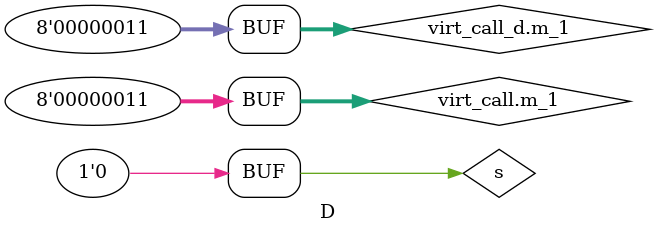
<source format=sv>

module B_top // "b_mod"
(
);


//------------------------------------------------------------------------------
// Child module instances

C c_mod
(

);

D d_mod
(

);

endmodule



//==============================================================================
//
// Module: C (test_virtual2.cpp:76:5)
//
module C // "b_mod.c_mod"
(
);

// Variables generated for SystemC signals
logic s;

//------------------------------------------------------------------------------
// Method process: virt_call (test_virtual2.cpp:31:5) 

always_comb 
begin : virt_call     // test_virtual2.cpp:31:5
    logic signed [15:0] m_1;
    // Call f() begin
    m_1 = 2;
    s = 1;
    // Call f() end
end

endmodule



//==============================================================================
//
// Module: D (test_virtual2.cpp:77:5)
//
module D // "b_mod.d_mod"
(
);

// Variables generated for SystemC signals
logic s;

//------------------------------------------------------------------------------
// Method process: virt_call (test_virtual2.cpp:31:5) 

always_comb 
begin : virt_call     // test_virtual2.cpp:31:5
    logic signed [7:0] m_1;
    // Call f() begin
    m_1 = 3;
    s = 0;
    // Call f() end
end

//------------------------------------------------------------------------------
// Method process: virt_call_d (test_virtual2.cpp:67:5) 

always_comb 
begin : virt_call_d     // test_virtual2.cpp:67:5
    logic signed [7:0] m_1;
    // Call f() begin
    m_1 = 3;
    s = 0;
    // Call f() end
end

endmodule



</source>
